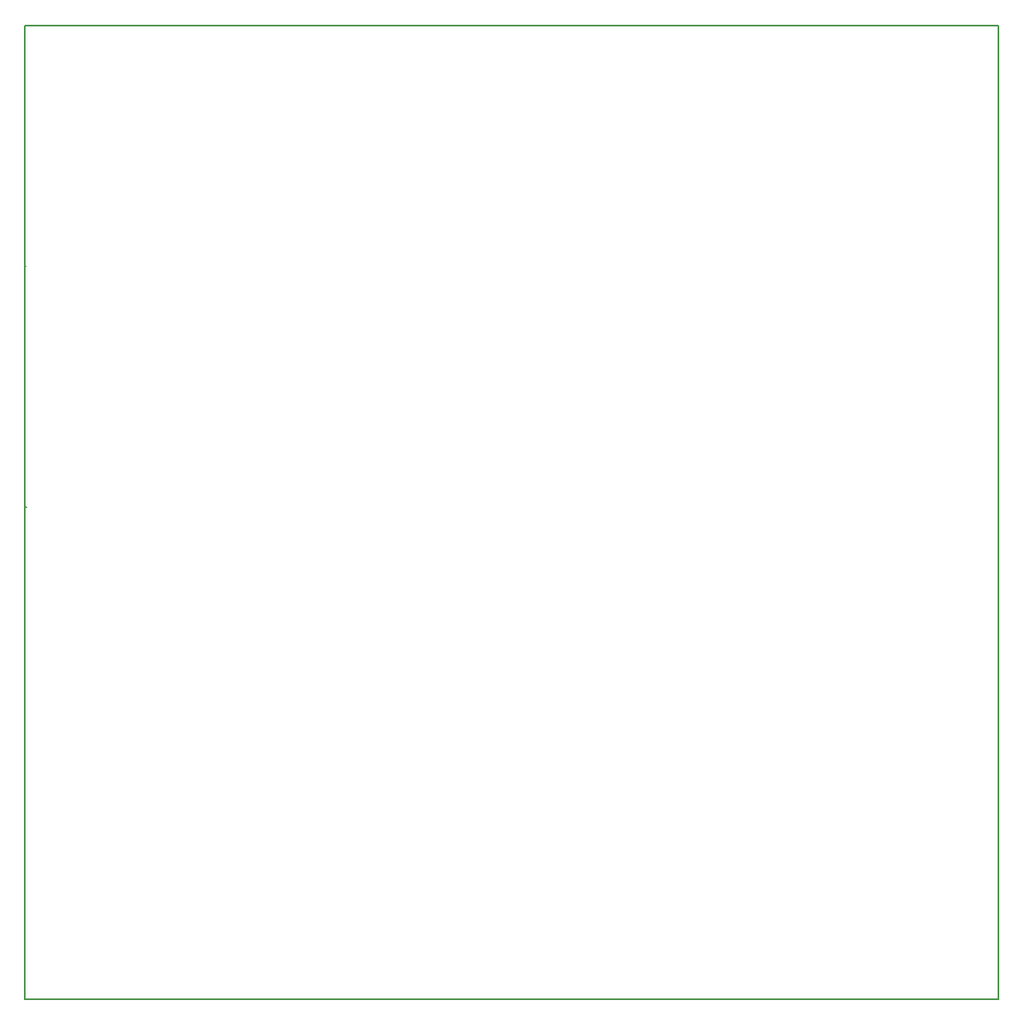
<source format=gm1>
G04 #@! TF.FileFunction,Profile,NP*
%FSLAX46Y46*%
G04 Gerber Fmt 4.6, Leading zero omitted, Abs format (unit mm)*
G04 Created by KiCad (PCBNEW 4.0.7) date 03/01/19 13:16:32*
%MOMM*%
%LPD*%
G01*
G04 APERTURE LIST*
%ADD10C,0.100000*%
%ADD11C,0.150000*%
G04 APERTURE END LIST*
D10*
D11*
X137985500Y-153098500D02*
X137985500Y-151638000D01*
X237807500Y-153098500D02*
X137985500Y-153098500D01*
X237807500Y-152082500D02*
X237807500Y-153098500D01*
X137985500Y-53276500D02*
X137985500Y-77978000D01*
X138049000Y-102679500D02*
X138112500Y-102679500D01*
X137985500Y-77978000D02*
X138049000Y-77978000D01*
X137985500Y-77978000D02*
X137985500Y-102679500D01*
X137985500Y-127381000D02*
X137985500Y-152082500D01*
X137985500Y-53276500D02*
X138049000Y-53276500D01*
X237807500Y-53276500D02*
X137985500Y-53276500D01*
X237807500Y-152082500D02*
X237807500Y-53276500D01*
X137985500Y-127381000D02*
X137985500Y-152082500D01*
X137985500Y-102679500D02*
X137985500Y-127381000D01*
X137985500Y-77978000D02*
X137985500Y-102679500D01*
M02*

</source>
